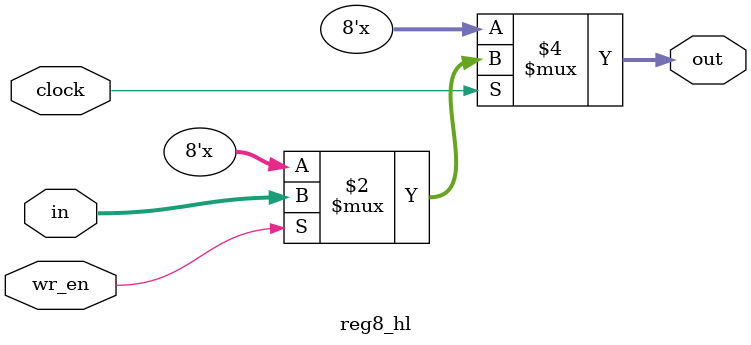
<source format=v>
/* register.v  = = = = = = = = = = = = = = = = = = = = = = = = = = = = =*****
 **    various registers						 ****
 ***       Ver. 1.0  2014.05.09						  ***
 ****									   **
 ***** (C) 2014 kimsyn (ET & VLSI system design labo. GCT ICE)  = = = = = = */

`default_nettype none

//--------------------------------------------------------------------
// 8-bit positive edge trigger type

module reg8_pe(
    input wire           clock,
    input wire           wr_en,
    input wire     [7:0] in,
    output reg [7:0] out);

    always @(posedge clock) begin
	if(wr_en) begin
	    out <= in;
	end
    end
endmodule

//--------------------------------------------------------------------
// 8-bit negative edge trigger type

module reg8_ne(
    input wire           clock,
    input wire           wr_en,
    input wire     [7:0] in,
    output reg [7:0] out);

    always @(negedge clock) begin
    if(wr_en) begin
        out <= in;
    end
    end
endmodule

//--------------------------------------------------------------------
// 8-bit positive edge trigger type with async. reset

module reg8_per(
    input wire           clock,
    input wire           wr_en,
    input wire     [7:0] in,
    output reg [7:0] out,
    input wire           reset_N);

    always @(posedge clock or negedge reset_N) begin
	if(~reset_N) begin
	    out <= 8'h00;
	end else begin
	    if(wr_en) begin
		out <= in;
	    end
	end
    end
endmodule


//--------------------------------------------------------------------
// 8-bit negative edge trigger type with async. reset

module reg8_ner(
    input wire           clock,
    input wire           wr_en,
    input wire     [7:0] in,
    output reg [7:0] out,
    input wire           reset_N
);

    always @(negedge clock or negedge reset_N) begin
	if(~reset_N) begin
	    out <= 8'h00;
	end else begin
	    if(wr_en) begin
		out <= in;
	    end
	end
    end
endmodule


//--------------------------------------------------------------------
// 8-bit low level trigger type

module reg8_ll(
    input wire           clock,
    input wire           wr_en,
    input wire     [7:0] in,
    output reg [7:0] out);

   always @(clock, wr_en, in) begin
	if(~clock) begin
	    if(wr_en) begin
		out <= in;
	    end
	end
    end
endmodule


//--------------------------------------------------------------------
// 8-bit high level trigger type

module reg8_hl(
    input wire           clock,
    input wire           wr_en,
    input wire     [7:0] in,
    output reg [7:0] out);

    always @(clock, wr_en, in) begin
	if(clock) begin
	    if(wr_en) begin
		out <= in;
	    end
	end
    end
endmodule


</source>
